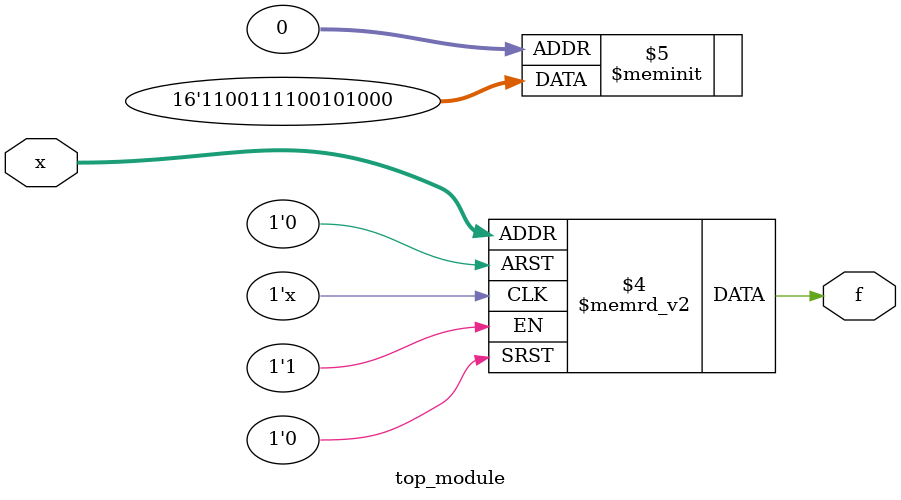
<source format=sv>
module top_module (
    input [4:1] x,
    output logic f
);

    always_comb begin
        case (x)
            // Define the outputs based on the given Karnaugh map
            4'b0001: f = 1'b0;
            4'b0010: f = 1'b0;
            4'b0011: f = 1'b1;
            4'b0100: f = 1'b0;
            4'b0101: f = 1'b1;
            4'b0110: f = 1'b0;
            4'b0111: f = 1'b0;
            4'b1000: f = 1'b1;
            4'b1001: f = 1'b1;
            4'b1010: f = 1'b1;
            4'b1011: f = 1'b1;
            4'b1100: f = 1'b0;
            4'b1101: f = 1'b0;
            4'b1110: f = 1'b1;
            4'b1111: f = 1'b1;
            default: f = 1'b0; // Handle remaining don’t-cares, default to 0
        endcase
    end

endmodule

</source>
